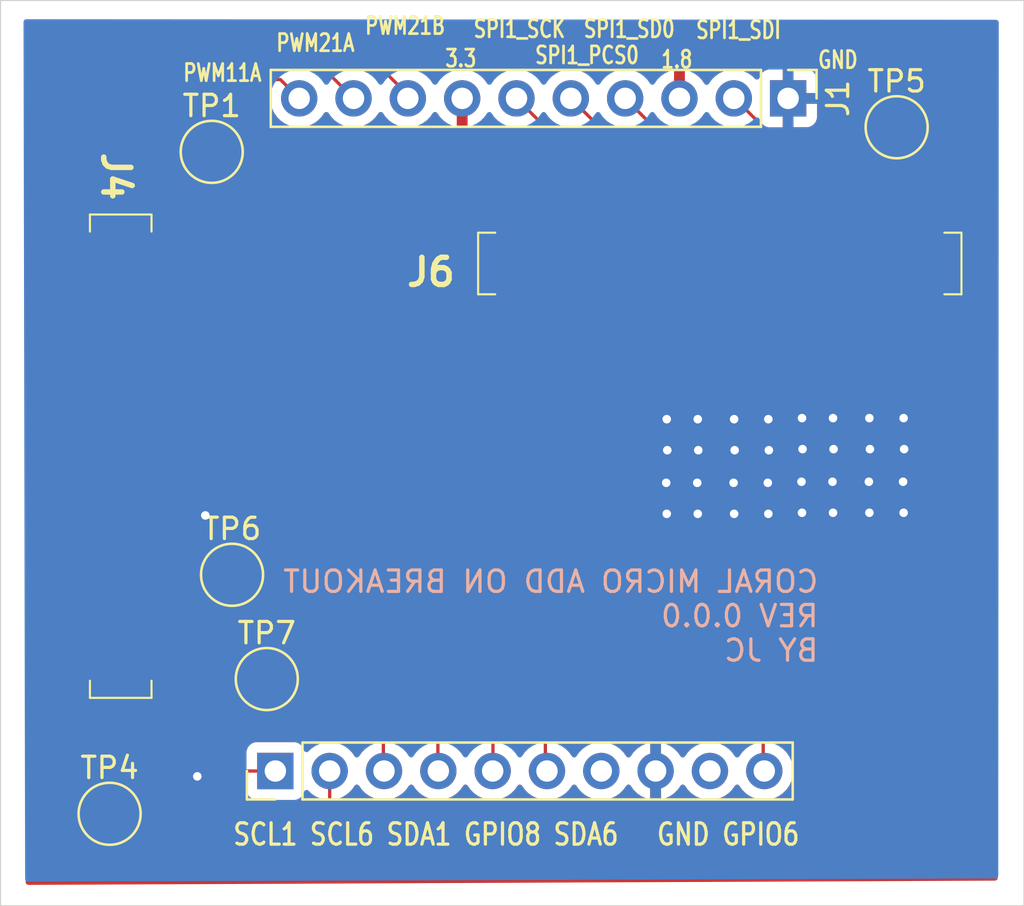
<source format=kicad_pcb>
(kicad_pcb (version 20240108) (generator "pcbnew") (generator_version "8.0")
  (layers (0 "F.Cu" signal) (31 "B.Cu" signal) (34 "B.Paste" user) (35 "F.Paste" user) (36 "B.SilkS" user "B.Silkscreen") (37 "F.SilkS" user "F.Silkscreen") (38 "B.Mask" user) (39 "F.Mask" user) (44 "Edge.Cuts" user))
  (net 0 "")
  (net 1 "GND")
  (net 2 "/Board To Board Conn 1/LPUART6_RTS_B")
  (net 3 "/Board To Board Conn 1/USDHC2_DATA1")
  (net 4 "/Board To Board Conn 1/WIFI_SDIO_CMD")
  (net 5 "/Board To Board Conn 1/ADC1_CH0A")
  (net 6 "/Board To Board Conn 1/WIFI_POWER_EN")
  (net 7 "/Board To Board Conn 1/DA_GPIO2")
  (net 8 "/Board To Board Conn 1/CAMERA_INT")
  (net 9 "/Board To Board Conn 1/DA_GPIO3")
  (net 10 "/Board To Board Conn 1/GPIO_SNVS_07")
  (net 11 "/Board To Board Conn 1/USER_BUTTON")
  (net 12 "/Board To Board Conn 1/SAI2_TX_BCLK")
  (net 13 "/Board To Board Conn 1/LPUART1_TXD")
  (net 14 "/Board To Board Conn 1/GPIO_SNVS_08")
  (net 15 "/Board To Board Conn 1/DA_nIRQ")
  (net 16 "/Board To Board Conn 1/SAI2_RX_DATA")
  (net 17 "/Board To Board Conn 1/USDHC2_DATA0")
  (net 18 "/Board To Board Conn 1/DA_nRESETREQ")
  (net 19 "/Board To Board Conn 1/SAI2_RX_BCLK")
  (net 20 "/Board To Board Conn 1/FLEXPWM2_PWM1_A")
  (net 21 "/Board To Board Conn 1/I2C5_SCL")
  (net 22 "/Board To Board Conn 1/WL_ANT_SEL")
  (net 23 "/Board To Board Conn 1/SAI2_TX_SYNC")
  (net 24 "/Board To Board Conn 1/FLEXPWM1_PWM1_A")
  (net 25 "/Board To Board Conn 1/POR_B")
  (net 26 "/Board To Board Conn 1/MIC_CLK")
  (net 27 "/Board To Board Conn 1/ADC1_CH0B")
  (net 28 "/Board To Board Conn 1/GPIO_SNVS_04")
  (net 29 "/Board To Board Conn 1/SAI2_TX_DATA")
  (net 30 "/Board To Board Conn 1/ONOFF")
  (net 31 "/Board To Board Conn 1/USER_LED")
  (net 32 "/Board To Board Conn 1/USDHC2_CMD")
  (net 33 "/Board To Board Conn 1/LPSPI6_CS0")
  (net 34 "/Board To Board Conn 1/DMIC_DATA1")
  (net 35 "/Board To Board Conn 1/SPI6_SDI__JTAG_TDI")
  (net 36 "/Board To Board Conn 1/DA_nRESET")
  (net 37 "/Board To Board Conn 1/I2C5_SDA")
  (net 38 "/Board To Board Conn 1/SAI2_RX_SYNC")
  (net 39 "/Board To Board Conn 1/USDHC2_DATA2")
  (net 40 "/Board To Board Conn 1/SPI6_SCK__JTAG_nTRST")
  (net 41 "/Board To Board Conn 1/DA_GPIO4_SYS_EN")
  (net 42 "/Board To Board Conn 1/BRD_STAT_LED")
  (net 43 "/Board To Board Conn 1/SPI6_SDO__JTAG_TDO")
  (net 44 "/Board To Board Conn 1/GPIO_SNVS_06")
  (net 45 "/Board To Board Conn 1/I2C1_SCL")
  (net 46 "/Board To Board Conn 1/WAKEUP")
  (net 47 "/Board To Board Conn 1/FLEXPWM1_PWM1_B")
  (net 48 "/Board To Board Conn 1/WIFI_SDIO_D1")
  (net 49 "/Board To Board Conn 1/DMIC_DATA0")
  (net 50 "/Board To Board Conn 1/USDHC2_DATA3")
  (net 51 "/Board To Board Conn 1/DMIC_DATA2__JTAG_TCK")
  (net 52 "/Board To Board Conn 1/WL_HOST_WAKE")
  (net 53 "/Board To Board Conn 1/DA_GPIO0_WDOG_KICK")
  (net 54 "/Board To Board Conn 1/BT_REG_ON")
  (net 55 "/Board To Board Conn 1/DMIC_DATA3__JTAG_TMS")
  (net 56 "/Board To Board Conn 1/ADC1_CH2B")
  (net 57 "/Board To Board Conn 1/LPUART8_RXD")
  (net 58 "/Board To Board Conn 1/SAI2_MCLK")
  (net 59 "/Board To Board Conn 1/LPUART1_RXD")
  (net 60 "/Board To Board Conn 1/WIFI_SDIO_D0")
  (net 61 "/Board To Board Conn 1/I2C6_SCL")
  (net 62 "/Board To Board Conn 1/PMIC_ON_REQ")
  (net 63 "/Board To Board Conn 1/DAC_OUT")
  (net 64 "/Board To Board Conn 1/WIFI_SDIO_CLK")
  (net 65 "/Board To Board Conn 1/WL_REG_ON")
  (net 66 "/Board To Board Conn 1/USDHC2_CLK")
  (net 67 "/Board To Board Conn 1/WIFI_SDIO_D3")
  (net 68 "/Board To Board Conn 1/I2C1_SDA")
  (net 69 "/Board To Board Conn 1/FLEXPWM2_PWM1_B")
  (net 70 "/Board To Board Conn 1/PMIC_STBY_REQ")
  (net 71 "/Board To Board Conn 1/I2C6_SDA")
  (net 72 "/Board To Board Conn 1/WIFI_SDIO_D2")
  (net 73 "/Board To Board Conn 2/+3.3VDC")
  (net 74 "/Board To Board Conn 2/+1.8VDC")
  (net 75 "/Board To Board Conn 2/LPSPI1_SCK")
  (net 77 "/Board To Board Conn 2/LPSPI1_SDO")
  (net 78 "/Board To Board Conn 2/LPSPI1_PCS0")
  (net 81 "/Board To Board Conn 2/LPSPI1_SDI")
  (footprint "TestPoint:TestPoint_Pad_D2.5mm" (layer "F.Cu") (at 170.65 68.4)
    (property "Reference" "TP5")
    (property "Value" "TestPoint")
  )
  (footprint "00_parts_lib:DF40C100DS04V51" (layer "F.Cu") (at 134.37 83.78 -90)
    (property "Reference" "J4")
    (property "Value" "DF40C-100DS-0.4V_51_" (hide yes))
  )
  (footprint "TestPoint:TestPoint_Pad_D2.5mm" (layer "F.Cu") (at 141.2 94.2)
    (property "Reference" "TP7")
    (property "Value" "TestPoint")
  )
  (footprint "TestPoint:TestPoint_Pad_D2.5mm" (layer "F.Cu") (at 138.625 69.55)
    (property "Reference" "TP1")
    (property "Value" "TestPoint")
  )
  (footprint "Connector_PinHeader_2.54mm:PinHeader_1x10_P2.54mm_Vertical" (layer "F.Cu") (at 141.6 98.5 90)
    (property "Reference" "J2" (hide yes))
    (property "Value" "Conn_01x10" (hide yes))
  )
  (footprint "00_parts_lib:DF40C100DS04V51" (layer "F.Cu") (at 162.38 74.77)
    (property "Reference" "J6")
    (property "Value" "DF40C-100DS-0.4V_51_" (hide yes))
  )
  (footprint "TestPoint:TestPoint_Pad_D2.5mm" (layer "F.Cu") (at 139.575 89.325)
    (property "Reference" "TP6")
    (property "Value" "TestPoint")
  )
  (footprint "Connector_PinHeader_2.54mm:PinHeader_1x10_P2.54mm_Vertical" (layer "F.Cu") (at 165.575 67.05 -90)
    (property "Reference" "J1")
    (property "Value" "Conn_01x10" (hide yes))
  )
  (footprint "TestPoint:TestPoint_Pad_D2.5mm" (layer "F.Cu") (at 133.85 100.5)
    (property "Reference" "TP4")
    (property "Value" "TestPoint")
  )
  (gr_rect (start 128.75 62.475) (end 176.6 104.8) (stroke (width 0.05)) (fill none) (layer "Edge.Cuts"))
  (gr_text "CORAL MICRO ADD ON BREAKOUT\nREV 0.0.0\nBY JC" (at 167.075 93.45 0) (layer "B.SilkS") (effects (font (size 1 1)) (justify left bottom mirror)))
  (gr_text "PWM11A" (at 137.225 66.325 0) (layer "F.SilkS") (effects (font (size 0.8 0.6) (thickness 0.127) (bold yes)) (justify left bottom)))
  (gr_text "1.8\n" (at 159.575 65.7 0) (layer "F.SilkS") (effects (font (size 0.8 0.6) (thickness 0.127) (bold yes)) (justify left bottom)))
  (gr_text "SPI1_SD0\n" (at 155.95 64.275 0) (layer "F.SilkS") (effects (font (size 0.8 0.6) (thickness 0.127) (bold yes)) (justify left bottom)))
  (gr_text "SCL1 SCL6 SDA1 GPIO8 SDA6   GND GPIO6" (at 139.55 102.05 0) (layer "F.SilkS") (effects (font (size 1 0.8)) (justify left bottom)))
  (gr_text "PWM21A" (at 141.575 64.925 0) (layer "F.SilkS") (effects (font (size 0.8 0.6) (thickness 0.127) (bold yes)) (justify left bottom)))
  (gr_text "GND\n" (at 166.905 65.72 0) (layer "F.SilkS") (effects (font (size 0.8 0.6) (thickness 0.127) (bold yes)) (justify left bottom)))
  (gr_text "SPI1_PCS0\n" (at 153.675 65.5 0) (layer "F.SilkS") (effects (font (size 0.8 0.6) (thickness 0.127) (bold yes)) (justify left bottom)))
  (gr_text "SPI1_SCK" (at 150.8 64.275 0) (layer "F.SilkS") (effects (font (size 0.8 0.6) (thickness 0.127) (bold yes)) (justify left bottom)))
  (gr_text "3.3\n" (at 149.475 65.65 0) (layer "F.SilkS") (effects (font (size 0.8 0.6) (thickness 0.127) (bold yes)) (justify left bottom)))
  (gr_text "PWM21B\n" (at 145.725 64.125 0) (layer "F.SilkS") (effects (font (size 0.8 0.6) (thickness 0.127) (bold yes)) (justify left bottom)))
  (gr_text "SPI1_SDI" (at 161.2 64.325 0) (layer "F.SilkS") (effects (font (size 0.8 0.6) (thickness 0.127) (bold yes)) (justify left bottom)))
  (segment (start 168.18 74.72) (end 168.225 74.675) (width 0.1524) (layer "F.Cu") (net 1))
  (segment (start 137.425 90.4) (end 137.325 90.4) (width 0.1524) (layer "F.Cu") (net 1))
  (segment (start 134.475 86.4) (end 134.475 95.375) (width 0.1524) (layer "F.Cu") (net 1))
  (segment (start 161.775 74.675) (end 161.025 74.675) (width 0.1524) (layer "F.Cu") (net 1))
  (segment (start 165.78 73.23) (end 165.78 74.63) (width 0.1524) (layer "F.Cu") (net 1))
  (segment (start 159.78 74.705) (end 159.75 74.675) (width 0.1524) (layer "F.Cu") (net 1))
  (segment (start 137.305 91.58) (end 137.425 91.7) (width 0.1524) (layer "F.Cu") (net 1))
  (segment (start 165.78 74.63) (end 165.825 74.675) (width 0.1524) (layer "F.Cu") (net 1))
  (segment (start 133.7226 95.575) (end 133 95.575) (width 0.1524) (layer "F.Cu") (net 1))
  (segment (start 162.18 74.605) (end 162.25 74.675) (width 0.1524) (layer "F.Cu") (net 1))
  (segment (start 133.7176 89.58) (end 133.7226 89.575) (width 0.1524) (layer "F.Cu") (net 1))
  (segment (start 133.6926 89.98) (end 133.7226 89.95) (width 0.1524) (layer "F.Cu") (net 1))
  (segment (start 133.85 100.5) (end 135.775 102.425) (width 0.508) (layer "F.Cu") (net 1))
  (segment (start 161.78 76.31) (end 161.78 75.67) (width 0.1524) (layer "F.Cu") (net 1))
  (segment (start 134.52 75.98) (end 135.91 75.98) (width 0.1524) (layer "F.Cu") (net 1))
  (segment (start 155.78 73.23) (end 155.78 74.645) (width 0.1524) (layer "F.Cu") (net 1))
  (segment (start 137.275 86.475) (end 137.425 86.625) (width 0.1524) (layer "F.Cu") (net 1))
  (segment (start 134.425 75.9802) (end 134.4724 76.0276) (width 0.1524) (layer "F.Cu") (net 1))
  (segment (start 135.91 88.78) (end 137.37 88.78) (width 0.1524) (layer "F.Cu") (net 1))
  (segment (start 168.58 76.31) (end 168.58 74.705) (width 0.1524) (layer "F.Cu") (net 1))
  (segment (start 155.375 73.235) (end 155.375 74.6) (width 0.1524) (layer "F.Cu") (net 1))
  (segment (start 137.38 93.18) (end 135.91 93.18) (width 0.1524) (layer "F.Cu") (net 1))
  (segment (start 135.775 102.425) (end 158.135 102.425) (width 0.508) (layer "F.Cu") (net 1))
  (segment (start 133.7226 89.95) (end 133.7226 91.2) (width 0.1524) (layer "F.Cu") (net 1))
  (segment (start 161.775 75.665) (end 161.775 74.675) (width 0.1524) (layer "F.Cu") (net 1))
  (segment (start 168.98 74.655) (end 169 74.675) (width 0.1524) (layer "F.Cu") (net 1))
  (segment (start 134.4674 79.98) (end 134.4724 79.975) (width 0.1524) (layer "F.Cu") (net 1))
  (segment (start 137.425 91.7) (end 137.425 92.35) (width 0.1524) (layer "F.Cu") (net 1))
  (segment (start 171.7 74.675) (end 171.4 74.675) (width 0.1524) (layer "F.Cu") (net 1))
  (segment (start 171.4 74.675) (end 170.15 74.675) (width 0.1524) (layer "F.Cu") (net 1))
  (segment (start 160.98 73.23) (end 160.98 74.63) (width 0.1524) (layer "F.Cu") (net 1))
  (segment (start 154.2 74.675) (end 153.825 74.675) (width 0.1524) (layer "F.Cu") (net 1))
  (segment (start 134.4724 82.55) (end 134.225 82.55) (width 0.1524) (layer "F.Cu") (net 1))
  (segment (start 171.78 74.595) (end 171.7 74.675) (width 0.1524) (layer "F.Cu") (net 1))
  (segment (start 134.425 77.1026) (end 134.4724 77.15) (width 0.1524) (layer "F.Cu") (net 1))
  (segment (start 132.83 89.58) (end 133.7176 89.58) (width 0.1524) (layer "F.Cu") (net 1))
  (segment (start 137.18 86.38) (end 137.275 86.475) (width 0.1524) (layer "F.Cu") (net 1))
  (segment (start 134.4724 76.0276) (end 134.52 75.98) (width 0.1524) (layer "F.Cu") (net 1))
  (segment (start 171.78 73.23) (end 171.78 74.595) (width 0.1524) (layer "F.Cu") (net 1))
  (segment (start 135.91 92.38) (end 137.395 92.38) (width 0.1524) (layer "F.Cu") (net 1))
  (segment (start 134.4724 83.1526) (end 134.445 83.18) (width 0.1524) (layer "F.Cu") (net 1))
  (segment (start 134.4724 78.85) (end 134.4724 79.975) (width 0.1524) (layer "F.Cu") (net 1))
  (segment (start 134.5424 78.78) (end 134.4724 78.85) (width 0.1524) (layer "F.Cu") (net 1))
  (segment (start 154.58 73.23) (end 154.58 74.62) (width 0.1524) (layer "F.Cu") (net 1))
  (segment (start 162.58 73.23) (end 162.58 74.67) (width 0.1524) (layer "F.Cu") (net 1))
  (segment (start 135.91 88.38) (end 137.42 88.38) (width 0.1524) (layer "F.Cu") (net 1))
  (segment (start 137.395 92.38) (end 137.425 92.35) (width 0.1524) (layer "F.Cu") (net 1))
  (segment (start 171.38 74.655) (end 171.4 74.675) (width 0.1524) (layer "F.Cu") (net 1))
  (segment (start 155.375 74.6) (end 155.3 74.675) (width 0.1524) (layer "F.Cu") (net 1))
  (segment (start 133.4324 73.98) (end 134.425 74.9726) (width 0.1524) (layer "F.Cu") (net 1))
  (segment (start 134.475 86.4) (end 134.455 86.38) (width 0.1524) (layer "F.Cu") (net 1))
  (segment (start 134.4724 82.55) (end 134.4724 83.1526) (width 0.1524) (layer "F.Cu") (net 1))
  (segment (start 132.83 89.18) (end 133.7026 89.18) (width 0.1524) (layer "F.Cu") (net 1))
  (segment (start 133.7226 91.2) (end 133.7226 95.575) (width 0.1524) (layer "F.Cu") (net 1))
  (segment (start 137.355 89.98) (end 137.425 90.05) (width 0.1524) (layer "F.Cu") (net 1))
  (segment (start 171.38 73.23) (end 171.38 74.655) (width 0.1524) (layer "F.Cu") (net 1))
  (segment (start 169 74.675) (end 168.55 74.675) (width 0.1524) (layer "F.Cu") (net 1))
  (segment (start 155.38 73.23) (end 155.375 73.235) (width 0.1524) (layer "F.Cu") (net 1))
  (segment (start 134.225 82.55) (end 134.055 82.38) (width 0.1524) (layer "F.Cu") (net 1))
  (segment (start 137.425 90.75) (end 137.425 91.7) (width 0.1524) (layer "F.Cu") (net 1))
  (segment (start 132.83 83.98) (end 133.4324 83.98) (width 0.1524) (layer "F.Cu") (net 1))
  (segment (start 168.18 76.31) (end 168.18 74.72) (width 0.1524) (layer "F.Cu") (net 1))
  (segment (start 135.91 90.78) (end 137.395 90.78) (width 0.1524) (layer "F.Cu") (net 1))
  (segment (start 134.475 95.375) (end 137.95 98.75) (width 0.1524) (layer "F.Cu") (net 1))
  (segment (start 137.575 86.175) (end 137.275 86.475) (width 0.1524) (layer "F.Cu") (net 1))
  (segment (start 155.75 74.675) (end 155.3 74.675) (width 0.1524) (layer "F.Cu") (net 1))
  (segment (start 161.025 74.675) (end 159.75 74.675) (width 0.1524) (layer "F.Cu") (net 1))
  (segment (start 135.91 89.98) (end 137.355 89.98) (width 0.1524) (layer "F.Cu") (net 1))
  (segment (start 134.4724 79.975) (end 134.4724 82.55) (width 0.1524) (layer "F.Cu") (net 1))
  (segment (start 134.455 86.38) (end 132.83 86.38) (width 0.1524) (layer "F.Cu") (net 1))
  (segment (start 132.83 89.98) (end 133.6926 89.98) (width 0.1524) (layer "F.Cu") (net 1))
  (segment (start 170.15 74.675) (end 169 74.675) (width 0.1524) (layer "F.Cu") (net 1))
  (segment (start 137.42 88.38) (end 137.425 88.375) (width 0.1524) (layer "F.Cu") (net 1))
  (segment (start 134.055 82.38) (end 132.83 82.38) (width 0.1524) (layer "F.Cu") (net 1))
  (segment (start 168.225 74.675) (end 167.875 74.675) (width 0.1524) (layer "F.Cu") (net 1))
  (segment (start 134.425 76.075) (end 134.425 77.1026) (width 0.1524) (layer "F.Cu") (net 1))
  (segment (start 170.18 74.645) (end 170.15 74.675) (width 0.1524) (layer "F.Cu") (net 1))
  (segment (start 153.825 74.675) (end 152.05 74.675) (width 0.1524) (layer "F.Cu") (net 1))
  (segment (start 170.18 76.31) (end 170.18 74.645) (width 0.1524) (layer "F.Cu") (net 1))
  (segment (start 166.98 74.695) (end 167 74.675) (width 0.1524) (layer "F.Cu") (net 1))
  (segment (start 137.425 90.4) (end 137.425 90.75) (width 0.1524) (layer "F.Cu") (net 1))
  (segment (start 137.4 93.2) (end 137.38 93.18) (width 0.1524) (layer "F.Cu") (net 1))
  (segment (start 172.18 73.23) (end 172.18 74.52) (width 0.1524) (layer "F.Cu") (net 1))
  (segment (start 137.95 86.175) (end 137.575 86.175) (width 0.1524) (layer "F.Cu") (net 1))
  (segment (start 137.37 88.78) (end 137.425 88.725) (width 0.1524) (layer "F.Cu") (net 1))
  (segment (start 135.91 91.58) (end 137.305 91.58) (width 0.1524) (layer "F.Cu") (net 1))
  (segment (start 159.78 76.31) (end 159.78 74.705) (width 0.1524) (layer "F.Cu") (net 1))
  (segment (start 162.98 73.23) (end 162.98 74.62) (width 0.1524) (layer "F.Cu") (net 1))
  (segment (start 137.425 88.375) (end 137.425 88.725) (width 0.1524) (layer "F.Cu") (net 1))
  (segment (start 154.18 73.23) (end 154.18 74.655) (width 0.1524) (layer "F.Cu") (net 1))
  (segment (start 137.425 90.05) (end 137.425 90.4) (width 0.1524) (layer "F.Cu") (net 1))
  (segment (start 135.91 78.78) (end 134.5424 78.78) (width 0.1524) (layer "F.Cu") (net 1))
  (segment (start 133.4324 83.98) (end 134.475 85.0226) (width 0.1524) (layer "F.Cu") (net 1))
  (segment (start 165.825 74.675) (end 164.95 74.675) (width 0.1524) (layer "F.Cu") (net 1))
  (segment (start 172.18 74.52) (end 172.125 74.575) (width 0.1524) (layer "F.Cu") (net 1))
  (segment (start 162.18 73.23) (end 162.18 74.605) (width 0.1524) (layer "F.Cu") (net 1))
  (segment (start 137.425 86.625) (end 137.425 88.375) (width 0.1524) (layer "F.Cu") (net 1))
  (segment (start 162.925 74.675) (end 162.575 74.675) (width 0.1524) (layer "F.Cu") (net 1))
  (segment (start 132.83 73.98) (end 133.4324 73.98) (width 0.1524) (layer "F.Cu") (net 1))
  (segment (start 134.475 85.0226) (end 134.475 86.4) (width 0.1524) (layer "F.Cu") (net 1))
  (segment (start 133.7026 89.18) (end 133.7226 89.2) (width 0.1524) (layer "F.Cu") (net 1))
  (segment (start 159.38 101.18) (end 159.38 98.5) (width 0.508) (layer "F.Cu") (net 1))
  (segment (start 133.7226 89.575) (end 133.7226 89.95) (width 0.1524) (layer "F.Cu") (net 1))
  (segment (start 134.5 76) (end 134.4724 76.0276) (width 0.1524) (layer "F.Cu") (net 1))
  (segment (start 155.3 74.675) (end 154.525 74.675) (width 0.1524) (layer "F.Cu") (net 1))
  (segment (start 168.55 74.675) (end 168.225 74.675) (width 0.1524) (layer "F.Cu") (net 1))
  (segment (start 167.78 74.58) (end 167.875 74.675) (width 0.1524) (layer "F.Cu") (net 1))
  (segment (start 168.58 74.705) (end 168.55 74.675) (width 0.1524) (layer "F.Cu") (net 1))
  (segment (start 137.395 90.78) (end 137.425 90.75) (width 0.1524) (layer "F.Cu") (net 1))
  (segment (start 164.98 76.31) (end 164.98 74.705) (width 0.1524) (layer "F.Cu") (net 1))
  (segment (start 137.425 93.175) (end 137.4 93.2) (width 0.1524) (layer "F.Cu") (net 1))
  (segment (start 172.125 74.575) (end 172.025 74.675) (width 0.1524) (layer "F.Cu") (net 1))
  (segment (start 166.98 76.31) (end 166.98 74.695) (width 0.1524) (layer "F.Cu") (net 1))
  (segment (start 160.98 74.63) (end 161.025 74.675) (width 0.1524) (layer "F.Cu") (net 1))
  (segment (start 167.78 73.23) (end 167.78 74.58) (width 0.1524) (layer "F.Cu") (net 1))
  (segment (start 167 74.675) (end 165.825 74.675) (width 0.1524) (layer "F.Cu") (net 1))
  (segment (start 162.25 74.675) (end 161.775 74.675) (width 0.1524) (layer "F.Cu") (net 1))
  (segment (start 164.95 74.675) (end 162.925 74.675) (width 0.1524) (layer "F.Cu") (net 1))
  (segment (start 137.425 88.725) (end 137.425 90.05) (width 0.1524) (layer "F.Cu") (net 1))
  (segment (start 132.83 91.18) (end 133.7026 91.18) (width 0.1524) (layer "F.Cu") (net 1))
  (segment (start 134.4724 77.15) (end 134.4724 78.85) (width 0.1524) (layer "F.Cu") (net 1))
  (segment (start 154.58 74.62) (end 154.525 74.675) (width 0.1524) (layer "F.Cu") (net 1))
  (segment (start 153.78 73.23) (end 153.78 74.63) (width 0.1524) (layer "F.Cu") (net 1))
  (segment (start 138.325 86.55) (end 137.95 86.175) (width 0.1524) (layer "F.Cu") (net 1))
  (segment (start 171.38 74.695) (end 171.4 74.675) (width 0.1524) (layer "F.Cu") (net 1))
  (segment (start 159.75 74.675) (end 155.75 74.675) (width 0.1524) (layer "F.Cu") (net 1))
  (segment (start 133.7226 89.2) (end 133.7226 89.575) (width 0.1524) (layer "F.Cu") (net 1))
  (segment (start 158.135 102.425) (end 159.38 101.18) (width 0.508) (layer "F.Cu") (net 1))
  (segment (start 170.18 73.23) (end 170.18 74.645) (width 0.1524) (layer "F.Cu") (net 1))
  (segment (start 162.98 74.62) (end 162.925 74.675) (width 0.1524) (layer "F.Cu") (net 1))
  (segment (start 133.7026 91.18) (end 133.7226 91.2) (width 0.1524) (layer "F.Cu") (net 1))
  (segment (start 134.445 83.18) (end 135.91 83.18) (width 0.1524) (layer "F.Cu") (net 1))
  (segment (start 162.58 74.67) (end 162.575 74.675) (width 0.1524) (layer "F.Cu") (net 1))
  (segment (start 155.78 74.645) (end 155.75 74.675) (width 0.1524) (layer "F.Cu") (net 1))
  (segment (start 153.78 74.63) (end 153.825 74.675) (width 0.1524) (layer "F.Cu") (net 1))
  (segment (start 132.83 79.98) (end 134.4674 79.98) (width 0.1524) (layer "F.Cu") (net 1))
  (segment (start 135.91 77.18) (end 134.5024 77.18) (width 0.1524) (layer "F.Cu") (net 1))
  (segment (start 154.18 74.655) (end 154.2 74.675) (width 0.1524) (layer "F.Cu") (net 1))
  (segment (start 135.91 86.38) (end 137.18 86.38) (width 0.1524) (layer "F.Cu") (net 1))
  (segment (start 168.98 74.695) (end 169 74.675) (width 0.1524) (layer "F.Cu") (net 1))
  (segment (start 134.4724 76.0276) (end 134.425 76.075) (width 0.1524) (layer "F.Cu") (net 1))
  (segment (start 168.98 76.31) (end 168.98 74.695) (width 0.1524) (layer "F.Cu") (net 1))
  (segment (start 137.95 98.75) (end 137.75 98.65) (width 0.1524) (layer "F.Cu") (net 1))
  (segment (start 168.98 73.23) (end 168.98 74.655) (width 0.1524) (layer "F.Cu") (net 1))
  (segment (start 134.4774 79.98) (end 134.4724 79.975) (width 0.1524) (layer "F.Cu") (net 1))
  (segment (start 134.5024 77.18) (end 134.4724 77.15) (width 0.1524) (layer "F.Cu") (net 1))
  (segment (start 162.575 74.675) (end 162.25 74.675) (width 0.1524) (layer "F.Cu") (net 1))
  (segment (start 133 95.575) (end 132.775 95.8) (width 0.1524) (layer "F.Cu") (net 1))
  (segment (start 172.025 74.675) (end 171.7 74.675) (width 0.1524) (layer "F.Cu") (net 1))
  (segment (start 171.38 76.31) (end 171.38 74.695) (width 0.1524) (layer "F.Cu") (net 1))
  (segment (start 134.425 74.9726) (end 134.425 75.9802) (width 0.1524) (layer "F.Cu") (net 1))
  (segment (start 167.875 74.675) (end 167 74.675) (width 0.1524) (layer "F.Cu") (net 1))
  (segment (start 137.325 90.4) (end 137.305 90.38) (width 0.1524) (layer "F.Cu") (net 1))
  (segment (start 154.525 74.675) (end 154.2 74.675) (width 0.1524) (layer "F.Cu") (net 1))
  (segment (start 135.91 79.98) (end 134.4774 79.98) (width 0.1524) (layer "F.Cu") (net 1))
  (segment (start 137.425 92.35) (end 137.425 93.175) (width 0.1524) (layer "F.Cu") (net 1))
  (segment (start 164.98 74.705) (end 164.95 74.675) (width 0.1524) (layer "F.Cu") (net 1))
  (segment (start 137.305 90.38) (end 135.91 90.38) (width 0.1524) (layer "F.Cu") (net 1))
  (segment (start 161.78 75.67) (end 161.775 75.665) (width 0.1524) (layer "F.Cu") (net 1))
  (segment (start 137.95 86.175) (end 137.725 86.175) (width 0.1524) (layer "F.Cu") (net 1))
  (via (at 167.65 84.975) (size 0.8) (drill 0.4) (layers "F.Cu" "B.Cu") (net 1))
  (via (at 167.675 86.425) (size 0.8) (drill 0.4) (layers "F.Cu" "B.Cu") (net 1))
  (via (at 163.05 86.475) (size 0.8) (drill 0.4) (layers "F.Cu" "B.Cu") (net 1))
  (via (at 164.675 83.5) (size 0.8) (drill 0.4) (layers "F.Cu" "B.Cu") (net 1))
  (via (at 137.95 98.75) (size 0.8) (drill 0.4) (layers "F.Cu" "B.Cu") (net 1))
  (via (at 163.075 83.5) (size 0.8) (drill 0.4) (layers "F.Cu" "B.Cu") (net 1))
  (via (at 159.875 85.025) (size 0.8) (drill 0.4) (layers "F.Cu" "B.Cu") (net 1))
  (via (at 161.375 83.5) (size 0.8) (drill 0.4) (layers "F.Cu" "B.Cu") (net 1))
  (via (at 169.4 83.45) (size 0.8) (drill 0.4) (layers "F.Cu" "B.Cu") (net 1))
  (via (at 171 83.45) (size 0.8) (drill 0.4) (layers "F.Cu" "B.Cu") (net 1))
  (via (at 159.9 86.475) (size 0.8) (drill 0.4) (layers "F.Cu" "B.Cu") (net 1))
  (via (at 161.325 85.025) (size 0.8) (drill 0.4) (layers "F.Cu" "B.Cu") (net 1))
  (via (at 159.9 82.05) (size 0.8) (drill 0.4) (layers "F.Cu" "B.Cu") (net 1))
  (via (at 161.35 82.05) (size 0.8) (drill 0.4) (layers "F.Cu" "B.Cu") (net 1))
  (via (at 163.05 82.05) (size 0.8) (drill 0.4) (layers "F.Cu" "B.Cu") (net 1))
  (via (at 170.95 84.975) (size 0.8) (drill 0.4) (layers "F.Cu" "B.Cu") (net 1))
  (via (at 159.925 83.5) (size 0.8) (drill 0.4) (layers "F.Cu" "B.Cu") (net 1))
  (via (at 164.65 82.05) (size 0.8) (drill 0.4) (layers "F.Cu" "B.Cu") (net 1))
  (via (at 164.65 86.475) (size 0.8) (drill 0.4) (layers "F.Cu" "B.Cu") (net 1))
  (via (at 166.225 82) (size 0.8) (drill 0.4) (layers "F.Cu" "B.Cu") (net 1))
  (via (at 166.2 84.975) (size 0.8) (drill 0.4) (layers "F.Cu" "B.Cu") (net 1))
  (via (at 170.975 82) (size 0.8) (drill 0.4) (layers "F.Cu" "B.Cu") (net 1))
  (via (at 166.25 83.45) (size 0.8) (drill 0.4) (layers "F.Cu" "B.Cu") (net 1))
  (via (at 169.35 84.975) (size 0.8) (drill 0.4) (layers "F.Cu" "B.Cu") (net 1))
  (via (at 169.375 82) (size 0.8) (drill 0.4) (layers "F.Cu" "B.Cu") (net 1))
  (via (at 164.625 85.025) (size 0.8) (drill 0.4) (layers "F.Cu" "B.Cu") (net 1))
  (via (at 167.675 82) (size 0.8) (drill 0.4) (layers "F.Cu" "B.Cu") (net 1))
  (via (at 138.325 86.55) (size 0.8) (drill 0.4) (layers "F.Cu" "B.Cu") (net 1))
  (via (at 170.975 86.425) (size 0.8) (drill 0.4) (layers "F.Cu" "B.Cu") (net 1))
  (via (at 167.7 83.45) (size 0.8) (drill 0.4) (layers "F.Cu" "B.Cu") (net 1))
  (via (at 163.025 85.025) (size 0.8) (drill 0.4) (layers "F.Cu" "B.Cu") (net 1))
  (via (at 169.375 86.425) (size 0.8) (drill 0.4) (layers "F.Cu" "B.Cu") (net 1))
  (via (at 166.225 86.425) (size 0.8) (drill 0.4) (layers "F.Cu" "B.Cu") (net 1))
  (via (at 161.35 86.475) (size 0.8) (drill 0.4) (layers "F.Cu" "B.Cu") (net 1))
  (segment (start 149.2 98.48) (end 149.2 93.15) (width 0.1524) (layer "F.Cu") (net 14))
  (segment (start 138.83 82.78) (end 135.91 82.78) (width 0.1524) (layer "F.Cu") (net 14))
  (segment (start 149.22 98.5) (end 149.2 98.48) (width 0.1524) (layer "F.Cu") (net 14))
  (segment (start 149.2 93.15) (end 138.83 82.78) (width 0.1524) (layer "F.Cu") (net 14))
  (segment (start 132.2276 93.18) (end 132.83 93.18) (width 0.1524) (layer "F.Cu") (net 20))
  (segment (start 131.125 92.0774) (end 132.2276 93.18) (width 0.1524) (layer "F.Cu") (net 20))
  (segment (start 136.0812 65.0438) (end 131.125 70) (width 0.1524) (layer "F.Cu") (net 20))
  (segment (start 131.125 70) (end 131.125 92.0774) (width 0.1524) (layer "F.Cu") (net 20))
  (segment (start 145.255 67.05) (end 143.2488 65.0438) (width 0.1524) (layer "F.Cu") (net 20))
  (segment (start 143.2488 65.0438) (end 136.0812 65.0438) (width 0.1524) (layer "F.Cu") (net 20))
  (segment (start 131.9 91.2524) (end 132.2276 91.58) (width 0.1524) (layer "F.Cu") (net 24))
  (segment (start 137.505 66.17) (end 136.8625 66.8125) (width 0.1524) (layer "F.Cu") (net 24))
  (segment (start 136.8625 66.8125) (end 131.9 71.775) (width 0.1524) (layer "F.Cu") (net 24))
  (segment (start 142.715 67.05) (end 141.835 66.17) (width 0.1524) (layer "F.Cu") (net 24))
  (segment (start 138.625 69.55) (end 136.8625 67.7875) (width 0.1524) (layer "F.Cu") (net 24))
  (segment (start 141.835 66.17) (end 137.505 66.17) (width 0.1524) (layer "F.Cu") (net 24))
  (segment (start 136.8625 67.7875) (end 136.8625 66.8125) (width 0.1524) (layer "F.Cu") (net 24))
  (segment (start 131.9 71.775) (end 131.9 91.2524) (width 0.1524) (layer "F.Cu") (net 24))
  (segment (start 132.2276 91.58) (end 132.83 91.58) (width 0.1524) (layer "F.Cu") (net 24))
  (segment (start 151.775 98.485) (end 151.775 92.875) (width 0.1524) (layer "F.Cu") (net 28))
  (segment (start 151.775 92.875) (end 140.475 81.575) (width 0.1524) (layer "F.Cu") (net 28))
  (segment (start 140.475 81.575) (end 137.3174 81.575) (width 0.1524) (layer "F.Cu") (net 28))
  (segment (start 137.3174 81.575) (end 136.5124 82.38) (width 0.1524) (layer "F.Cu") (net 28))
  (segment (start 136.5124 82.38) (end 135.91 82.38) (width 0.1524) (layer "F.Cu") (net 28))
  (segment (start 151.76 98.5) (end 151.775 98.485) (width 0.1524) (layer "F.Cu") (net 28))
  (segment (start 164.41 98.45) (end 164.41 95.835) (width 0.1524) (layer "F.Cu") (net 44))
  (segment (start 164.46 98.5) (end 164.41 98.45) (width 0.1524) (layer "F.Cu") (net 44))
  (segment (start 164.41 95.835) (end 146.955 78.38) (width 0.1524) (layer "F.Cu") (net 44))
  (segment (start 146.955 78.38) (end 135.91 78.38) (width 0.1524) (layer "F.Cu") (net 44))
  (segment (start 137.95 97.45) (end 134.95 94.45) (width 0.1524) (layer "F.Cu") (net 45))
  (segment (start 141.2 94.7) (end 138.55 97.35) (width 0.1524) (layer "F.Cu") (net 45))
  (segment (start 139 98.5) (end 137.95 97.45) (width 0.1524) (layer "F.Cu") (net 45))
  (segment (start 141.6 98.5) (end 139 98.5) (width 0.1524) (layer "F.Cu") (net 45))
  (segment (start 134.98 83.58) (end 132.83 83.58) (width 0.1524) (layer "F.Cu") (net 45))
  (segment (start 141.2 94.2) (end 141.2 94.7) (width 0.1524) (layer "F.Cu") (net 45))
  (segment (start 134.95 94.45) (end 134.95 83.61) (width 0.1524) (layer "F.Cu") (net 45))
  (segment (start 138 97.35) (end 138 97.4) (width 0.1524) (layer "F.Cu") (net 45))
  (segment (start 138.55 97.35) (end 138 97.35) (width 0.1524) (layer "F.Cu") (net 45))
  (segment (start 138 97.4) (end 137.95 97.45) (width 0.1524) (layer "F.Cu") (net 45))
  (segment (start 134.95 83.61) (end 134.98 83.58) (width 0.1524) (layer "F.Cu") (net 45))
  (segment (start 143.615 100.575) (end 138.625 100.575) (width 0.1524) (layer "F.Cu") (net 61))
  (segment (start 144.14 98.5) (end 144.14 100.05) (width 0.1524) (layer "F.Cu") (net 61))
  (segment (start 138.625 100.575) (end 134.075 96.025) (width 0.1524) (layer "F.Cu") (net 61))
  (segment (start 144.14 100.05) (end 143.615 100.575) (width 0.1524) (layer "F.Cu") (net 61))
  (segment (start 134.075 96.025) (end 134.075 87.1) (width 0.1524) (layer "F.Cu") (net 61))
  (segment (start 133.755 86.78) (end 132.83 86.78) (width 0.1524) (layer "F.Cu") (net 61))
  (segment (start 134.075 87.1) (end 133.755 86.78) (width 0.1524) (layer "F.Cu") (net 61))
  (segment (start 141.73125 87.59375) (end 141.30625 87.59375) (width 0.1524) (layer "F.Cu") (net 68))
  (segment (start 146.65 92.5125) (end 141.73125 87.59375) (width 0.1524) (layer "F.Cu") (net 68))
  (segment (start 146.65 98.47) (end 146.65 92.5125) (width 0.1524) (layer "F.Cu") (net 68))
  (segment (start 137.7413 83.6038) (end 135.975 83.6038) (width 0.1524) (layer "F.Cu") (net 68))
  (segment (start 141.30625 87.59375) (end 139.575 89.325) (width 0.1524) (layer "F.Cu") (net 68))
  (segment (start 141.73125 87.59375) (end 137.7413 83.6038) (width 0.1524) (layer "F.Cu") (net 68))
  (segment (start 146.68 98.5) (end 146.65 98.47) (width 0.1524) (layer "F.Cu") (net 68))
  (segment (start 130.375 68.25) (end 130.375 92.425) (width 0.1524) (layer "F.Cu") (net 69))
  (segment (start 147.795 67.05) (end 147.795 66.885) (width 0.1524) (layer "F.Cu") (net 69))
  (segment (start 144.91 64) (end 134.625 64) (width 0.1524) (layer "F.Cu") (net 69))
  (segment (start 147.795 66.885) (end 144.91 64) (width 0.1524) (layer "F.Cu") (net 69))
  (segment (start 134.625 64) (end 130.375 68.25) (width 0.1524) (layer "F.Cu") (net 69))
  (segment (start 130.375 92.425) (end 131.53 93.58) (width 0.1524) (layer "F.Cu") (net 69))
  (segment (start 131.53 93.58) (end 132.83 93.58) (width 0.1524) (layer "F.Cu") (net 69))
  (segment (start 154.225 91.25) (end 142.555 79.58) (width 0.1524) (layer "F.Cu") (net 71))
  (segment (start 154.225 98.425) (end 154.225 91.25) (width 0.1524) (layer "F.Cu") (net 71))
  (segment (start 142.555 79.58) (end 135.91 79.58) (width 0.1524) (layer "F.Cu") (net 71))
  (segment (start 154.3 98.5) (end 154.225 98.425) (width 0.1524) (layer "F.Cu") (net 71))
  (segment (start 152.55 71.55) (end 150.335 69.335) (width 0.508) (layer "F.Cu") (net 73))
  (segment (start 159.4 72.35) (end 159.8 72.35) (width 0.1524) (layer "F.Cu") (net 73))
  (segment (start 159.8 72.35) (end 159.8 73.21) (width 0.1524) (layer "F.Cu") (net 73))
  (segment (start 159.8 73.21) (end 159.78 73.23) (width 0.1524) (layer "F.Cu") (net 73))
  (segment (start 159.8 72.35) (end 159 71.55) (width 0.508) (layer "F.Cu") (net 73))
  (segment (start 159.8 72.35) (end 160.175 72.35) (width 0.1524) (layer "F.Cu") (net 73))
  (segment (start 159.075 72.35) (end 159.4 72.35) (width 0.1524) (layer "F.Cu") (net 73))
  (segment (start 160.175 72.35) (end 160.525 72.35) (width 0.1524) (layer "F.Cu") (net 73))
  (segment (start 160.525 72.35) (end 160.58 72.405) (width 0.1524) (layer "F.Cu") (net 73))
  (segment (start 160.18 73.23) (end 160.18 72.355) (width 0.1524) (layer "F.Cu") (net 73))
  (segment (start 159 71.55) (end 152.55 71.55) (width 0.508) (layer "F.Cu") (net 73))
  (segment (start 158.98 72.445) (end 159.075 72.35) (width 0.1524) (layer "F.Cu") (net 73))
  (segment (start 159.38 72.37) (end 159.4 72.35) (width 0.1524) (layer "F.Cu") (net 73))
  (segment (start 160.18 72.355) (end 160.175 72.35) (width 0.1524) (layer "F.Cu") (net 73))
  (segment (start 160.58 72.405) (end 160.58 73.23) (width 0.1524) (layer "F.Cu") (net 73))
  (segment (start 159.38 73.23) (end 159.38 72.37) (width 0.1524) (layer "F.Cu") (net 73))
  (segment (start 150.335 69.335) (end 150.335 67.05) (width 0.508) (layer "F.Cu") (net 73))
  (segment (start 158.98 73.23) (end 158.98 72.445) (width 0.1524) (layer "F.Cu") (net 73))
  (segment (start 157.805 77.345) (end 158.1 77.345) (width 0.1524) (layer "F.Cu") (net 74))
  (segment (start 158.98 77.315) (end 158.95 77.345) (width 0.1524) (layer "F.Cu") (net 74))
  (segment (start 158.8 78.025) (end 158.575 77.8) (width 0.508) (layer "F.Cu") (net 74))
  (segment (start 158.98 76.31) (end 158.98 77.315) (width 0.1524) (layer "F.Cu") (net 74))
  (segment (start 157.78 77.32) (end 157.805 77.345) (width 0.1524) (layer "F.Cu") (net 74))
  (segment (start 174.775 64.525) (end 174.775 78.025) (width 0.508) (layer "F.Cu") (net 74))
  (segment (start 158.575 77.8) (end 158.6 77.825) (width 0.1524) (layer "F.Cu") (net 74))
  (segment (start 160.875 64.425) (end 174.675 64.425) (width 0.508) (layer "F.Cu") (net 74))
  (segment (start 158.58 76.31) (end 158.58 77.34) (width 0.1524) (layer "F.Cu") (net 74))
  (segment (start 158.575 77.345) (end 158.575 77.8) (width 0.1524) (layer "F.Cu") (net 74))
  (segment (start 159.38 77.345) (end 159.38 76.31) (width 0.1524) (layer "F.Cu") (net 74))
  (segment (start 158.18 77.265) (end 158.18 76.31) (width 0.1524) (layer "F.Cu") (net 74))
  (segment (start 158.58 77.34) (end 158.575 77.345) (width 0.1524) (layer "F.Cu") (net 74))
  (segment (start 157.78 76.31) (end 157.78 77.32) (width 0.1524) (layer "F.Cu") (net 74))
  (segment (start 160.495 67.05) (end 160.495 64.805) (width 0.508) (layer "F.Cu") (net 74))
  (segment (start 158.1 77.345) (end 158.18 77.265) (width 0.1524) (layer "F.Cu") (net 74))
  (segment (start 174.775 78.025) (end 158.8 78.025) (width 0.508) (layer "F.Cu") (net 74))
  (segment (start 160.495 64.805) (end 160.875 64.425) (width 0.508) (layer "F.Cu") (net 74))
  (segment (start 158.575 77.345) (end 158.95 77.345) (width 0.1524) (layer "F.Cu") (net 74))
  (segment (start 174.675 64.425) (end 174.775 64.525) (width 0.508) (layer "F.Cu") (net 74))
  (segment (start 158.1 77.345) (end 158.575 77.345) (width 0.1524) (layer "F.Cu") (net 74))
  (segment (start 158.95 77.345) (end 159.38 77.345) (width 0.1524) (layer "F.Cu") (net 74))
  (segment (start 156.1 70.275) (end 152.875 67.05) (width 0.1524) (layer "F.Cu") (net 75))
  (segment (start 166.18 72.6276) (end 163.8274 70.275) (width 0.1524) (layer "F.Cu") (net 75))
  (segment (start 166.18 73.23) (end 166.18 72.6276) (width 0.1524) (layer "F.Cu") (net 75))
  (segment (start 163.8274 70.275) (end 156.1 70.275) (width 0.1524) (layer "F.Cu") (net 75))
  (segment (start 166.98 71.88) (end 164.25 69.15) (width 0.1524) (layer "F.Cu") (net 77))
  (segment (start 164.25 69.15) (end 160.055 69.15) (width 0.1524) (layer "F.Cu") (net 77))
  (segment (start 160.055 69.15) (end 157.955 67.05) (width 0.1524) (layer "F.Cu") (net 77))
  (segment (start 166.98 73.23) (end 166.98 71.88) (width 0.1524) (layer "F.Cu") (net 77))
  (segment (start 166.58 73.23) (end 166.58 72.155) (width 0.1524) (layer "F.Cu") (net 78))
  (segment (start 166.58 72.155) (end 164.2 69.775) (width 0.1524) (layer "F.Cu") (net 78))
  (segment (start 158.14 69.775) (end 155.415 67.05) (width 0.1524) (layer "F.Cu") (net 78))
  (segment (start 164.2 69.775) (end 158.14 69.775) (width 0.1524) (layer "F.Cu") (net 78))
  (segment (start 167.38 71.355) (end 167.38 73.23) (width 0.1524) (layer "F.Cu") (net 81))
  (segment (start 163.035 67.05) (end 163.075 67.05) (width 0.1524) (layer "F.Cu") (net 81))
  (segment (start 163.075 67.05) (end 167.38 71.355) (width 0.1524) (layer "F.Cu") (net 81))
  (zone (net 1) (net_name "GND") (layer "F.Cu") (priority 1) (connect_pads (clearance 0.5)) (min_thickness 0.25) (fill yes (thermal_gap 0.5) (thermal_bridge_width 0.5))
    (polygon (pts (xy 129.825 63.349643) (xy 175.425 63.375) (xy 175.375 103.624643) (xy 129.925 103.824643) (xy 129.825 63.449643)))
  )
  (zone (net 1) (net_name "GND") (layer "B.Cu") (connect_pads (clearance 0.5)) (min_thickness 0.25) (fill yes (thermal_gap 0.5) (thermal_bridge_width 0.5))
    (polygon (pts (xy 131.05 63.35) (xy 175.425 63.375) (xy 175.4 103.525) (xy 129.9 103.675) (xy 129.825 63.35) (xy 131.05 63.35)))
  )
)
</source>
